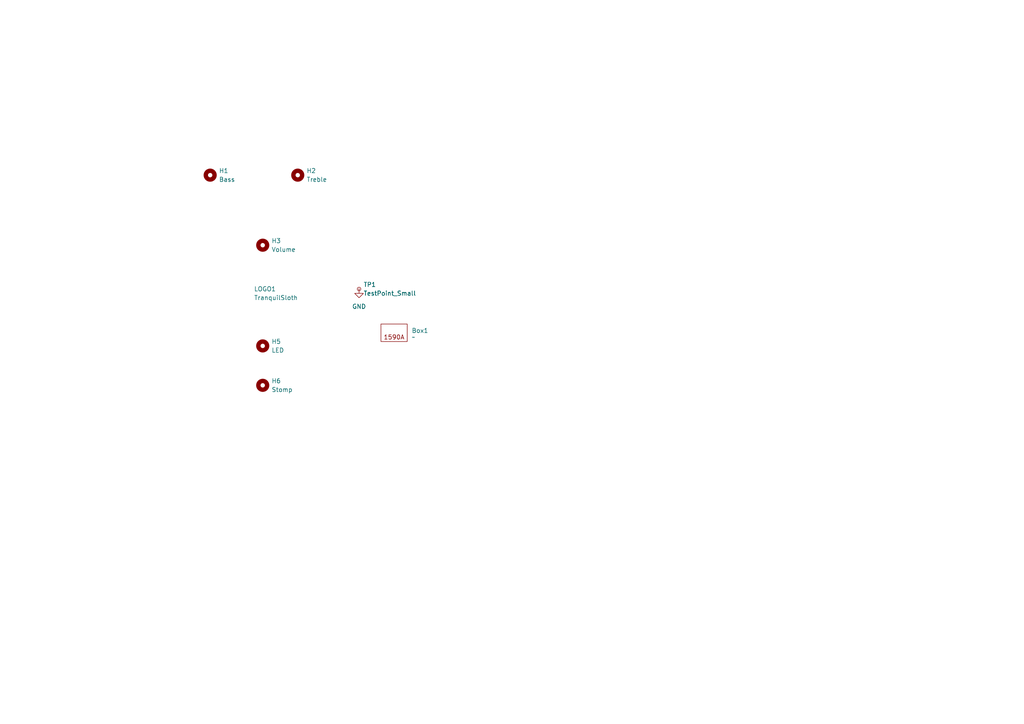
<source format=kicad_sch>
(kicad_sch (version 20231120) (generator "eeschema") (generator_version "8.0")
  (paper "A4")
  (lib_symbols
    (symbol "Connector:TestPoint_Small" (pin_numbers hide) (pin_names (offset 0.762) hide)
      (property "Reference" "TP" (at 0 3.81 0))
      (property "Value" "TestPoint_Small" (at 0 2.032 0))
      (symbol "TestPoint_Small_0_1"
        (circle (center 0 0) (radius 0.508))
      )
      (symbol "TestPoint_Small_1_1"
        (pin passive line (at 0 0 90) (length 0) (name "1") (number "1"))
      )
    )
    (symbol "Mechanical:MountingHole" (pin_names (offset 1.016)) (exclude_from_sim yes) (in_bom no)
      (property "Reference" "H" (at 0 5.08 0))
      (property "Value" "MountingHole" (at 0 3.175 0))
      (symbol "MountingHole_0_1"
        (circle (center 0 0) (radius 1.27) (stroke (width 1.27)))
      )
    )
    (symbol "Mylib:Enclosure_1590A"
      (property "Reference" "Box" (at 0 0 0))
      (symbol "Enclosure_1590A_0_1"
        (rectangle (start -3.81 1.27) (end 3.81 -3.81))
      )
      (symbol "Enclosure_1590A_1_1"
        (text "1590A" (at 0 -2.54 0) (effects (font (size 1.27 1.27))))
      )
    )
    (symbol "Mylib:TranquilSloth"
      (property "Reference" "LOGO" (at 0 5.08 0))
      (property "Value" "TranquilSloth" (at 0 2.54 0))
    )
    (symbol "power:GND" (power) (pin_numbers hide) (pin_names (offset 0) hide)
      (property "Value" "GND" (at 0 -3.81 0))
      (symbol "GND_0_1"
        (polyline (pts (xy 0 0) (xy 0 -1.27) (xy 1.27 -1.27) (xy 0 -2.54) (xy -1.27 -1.27) (xy 0 -1.27)))
      )
      (symbol "GND_1_1"
        (pin power_in line (at 0 0 270) (length 0) (name "~") (number "1"))
      )
    )
  )
  (symbol (lib_id "Mylib:Enclosure_1590A") (at 114.3 95.25 0) (unit 1)
    (property "Reference" "Box1" (at 119.38 95.8849 0) (effects (justify left)))
    (property "Value" "~" (at 119.38 97.79 0) (effects (justify left)))
    (property "Footprint" "Mylib:1590A" (effects (hide yes)))
  )
  (symbol (lib_id "Mylib:TranquilSloth") (at 72.39 85.09 0) (unit 1)
    (property "Reference" "LOGO1" (at 73.66 83.8199 0) (effects (justify left)))
    (property "Value" "TranquilSloth" (at 73.66 86.3599 0) (effects (justify left)))
    (property "Footprint" "Mylib:TranquilSloth" (effects (hide yes)))
  )
  (symbol (lib_id "power:GND") (at 104.14 83.82 0) (unit 1)
    (property "Reference" "#PWR1" (effects (hide yes)))
    (property "Value" "GND" (at 104.14 88.9 0))
    (property "Description" "Power symbol creates a global label with name \"GND\" , ground" (effects (hide yes)))
  )
  (symbol (lib_id "Mechanical:MountingHole") (at 76.2 111.76 0) (unit 1) (exclude_from_sim yes) (in_bom no)
    (property "Reference" "H6" (at 78.74 110.4899 0) (effects (justify left)))
    (property "Value" "Stomp" (at 78.74 113.0299 0) (effects (justify left)))
    (property "Footprint" "Mylib:Hole_12.5mm" (effects (hide yes)))
    (property "Description" "Mounting Hole without connection" (effects (hide yes)))
  )
  (symbol (lib_id "Connector:TestPoint_Small") (at 104.14 83.82 0) (unit 1)
    (property "Reference" "TP1" (at 105.41 82.5499 0) (effects (justify left)))
    (property "Value" "TestPoint_Small" (at 105.41 85.0899 0) (effects (justify left)))
    (property "Footprint" "TestPoint:TestPoint_Pad_4.0x4.0mm" (effects (hide yes)))
    (property "Description" "test point" (effects (hide yes)))
  )
  (symbol (lib_id "Mechanical:MountingHole") (at 76.2 100.33 0) (unit 1) (exclude_from_sim yes) (in_bom no)
    (property "Reference" "H5" (at 78.74 99.0599 0) (effects (justify left)))
    (property "Value" "LED" (at 78.74 101.5999 0) (effects (justify left)))
    (property "Footprint" "Mylib:Hole_6mm" (effects (hide yes)))
    (property "Description" "Mounting Hole without connection" (effects (hide yes)))
  )
  (symbol (lib_id "Mechanical:MountingHole") (at 60.96 50.8 0) (unit 1) (exclude_from_sim yes) (in_bom no)
    (property "Reference" "H1" (at 63.5 49.5299 0) (effects (justify left)))
    (property "Value" "Bass" (at 63.5 52.0699 0) (effects (justify left)))
    (property "Footprint" "Mylib:Hole_7mm" (effects (hide yes)))
    (property "Description" "Mounting Hole without connection" (effects (hide yes)))
  )
  (symbol (lib_id "Mechanical:MountingHole") (at 76.2 71.12 0) (unit 1) (exclude_from_sim yes) (in_bom no)
    (property "Reference" "H3" (at 78.74 69.8499 0) (effects (justify left)))
    (property "Value" "Volume" (at 78.74 72.3899 0) (effects (justify left)))
    (property "Footprint" "Mylib:Hole_7mm" (effects (hide yes)))
    (property "Description" "Mounting Hole without connection" (effects (hide yes)))
  )
  (symbol (lib_id "Mechanical:MountingHole") (at 86.36 50.8 0) (unit 1) (exclude_from_sim yes) (in_bom no)
    (property "Reference" "H2" (at 88.9 49.5299 0) (effects (justify left)))
    (property "Value" "Treble" (at 88.9 52.0699 0) (effects (justify left)))
    (property "Footprint" "Mylib:Hole_7mm" (effects (hide yes)))
    (property "Description" "Mounting Hole without connection" (effects (hide yes)))
  )
)
</source>
